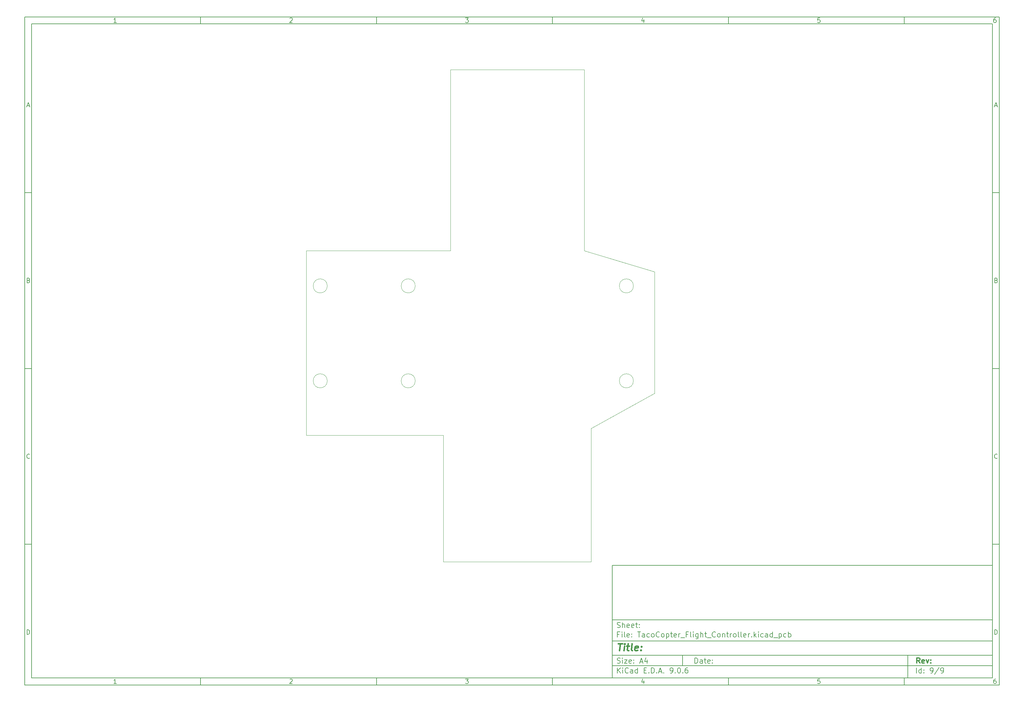
<source format=gm1>
%TF.GenerationSoftware,KiCad,Pcbnew,9.0.6*%
%TF.CreationDate,2025-12-23T20:00:03-05:00*%
%TF.ProjectId,TacoCopter_Flight_Controller,5461636f-436f-4707-9465-725f466c6967,rev?*%
%TF.SameCoordinates,Original*%
%TF.FileFunction,Profile,NP*%
%FSLAX46Y46*%
G04 Gerber Fmt 4.6, Leading zero omitted, Abs format (unit mm)*
G04 Created by KiCad (PCBNEW 9.0.6) date 2025-12-23 20:00:03*
%MOMM*%
%LPD*%
G01*
G04 APERTURE LIST*
%ADD10C,0.100000*%
%ADD11C,0.150000*%
%ADD12C,0.300000*%
%ADD13C,0.400000*%
%TA.AperFunction,Profile*%
%ADD14C,0.050000*%
%TD*%
G04 APERTURE END LIST*
D10*
D11*
X177002200Y-166007200D02*
X285002200Y-166007200D01*
X285002200Y-198007200D01*
X177002200Y-198007200D01*
X177002200Y-166007200D01*
D10*
D11*
X10000000Y-10000000D02*
X287002200Y-10000000D01*
X287002200Y-200007200D01*
X10000000Y-200007200D01*
X10000000Y-10000000D01*
D10*
D11*
X12000000Y-12000000D02*
X285002200Y-12000000D01*
X285002200Y-198007200D01*
X12000000Y-198007200D01*
X12000000Y-12000000D01*
D10*
D11*
X60000000Y-12000000D02*
X60000000Y-10000000D01*
D10*
D11*
X110000000Y-12000000D02*
X110000000Y-10000000D01*
D10*
D11*
X160000000Y-12000000D02*
X160000000Y-10000000D01*
D10*
D11*
X210000000Y-12000000D02*
X210000000Y-10000000D01*
D10*
D11*
X260000000Y-12000000D02*
X260000000Y-10000000D01*
D10*
D11*
X36089160Y-11593604D02*
X35346303Y-11593604D01*
X35717731Y-11593604D02*
X35717731Y-10293604D01*
X35717731Y-10293604D02*
X35593922Y-10479319D01*
X35593922Y-10479319D02*
X35470112Y-10603128D01*
X35470112Y-10603128D02*
X35346303Y-10665033D01*
D10*
D11*
X85346303Y-10417414D02*
X85408207Y-10355509D01*
X85408207Y-10355509D02*
X85532017Y-10293604D01*
X85532017Y-10293604D02*
X85841541Y-10293604D01*
X85841541Y-10293604D02*
X85965350Y-10355509D01*
X85965350Y-10355509D02*
X86027255Y-10417414D01*
X86027255Y-10417414D02*
X86089160Y-10541223D01*
X86089160Y-10541223D02*
X86089160Y-10665033D01*
X86089160Y-10665033D02*
X86027255Y-10850747D01*
X86027255Y-10850747D02*
X85284398Y-11593604D01*
X85284398Y-11593604D02*
X86089160Y-11593604D01*
D10*
D11*
X135284398Y-10293604D02*
X136089160Y-10293604D01*
X136089160Y-10293604D02*
X135655826Y-10788842D01*
X135655826Y-10788842D02*
X135841541Y-10788842D01*
X135841541Y-10788842D02*
X135965350Y-10850747D01*
X135965350Y-10850747D02*
X136027255Y-10912652D01*
X136027255Y-10912652D02*
X136089160Y-11036461D01*
X136089160Y-11036461D02*
X136089160Y-11345985D01*
X136089160Y-11345985D02*
X136027255Y-11469795D01*
X136027255Y-11469795D02*
X135965350Y-11531700D01*
X135965350Y-11531700D02*
X135841541Y-11593604D01*
X135841541Y-11593604D02*
X135470112Y-11593604D01*
X135470112Y-11593604D02*
X135346303Y-11531700D01*
X135346303Y-11531700D02*
X135284398Y-11469795D01*
D10*
D11*
X185965350Y-10726938D02*
X185965350Y-11593604D01*
X185655826Y-10231700D02*
X185346303Y-11160271D01*
X185346303Y-11160271D02*
X186151064Y-11160271D01*
D10*
D11*
X236027255Y-10293604D02*
X235408207Y-10293604D01*
X235408207Y-10293604D02*
X235346303Y-10912652D01*
X235346303Y-10912652D02*
X235408207Y-10850747D01*
X235408207Y-10850747D02*
X235532017Y-10788842D01*
X235532017Y-10788842D02*
X235841541Y-10788842D01*
X235841541Y-10788842D02*
X235965350Y-10850747D01*
X235965350Y-10850747D02*
X236027255Y-10912652D01*
X236027255Y-10912652D02*
X236089160Y-11036461D01*
X236089160Y-11036461D02*
X236089160Y-11345985D01*
X236089160Y-11345985D02*
X236027255Y-11469795D01*
X236027255Y-11469795D02*
X235965350Y-11531700D01*
X235965350Y-11531700D02*
X235841541Y-11593604D01*
X235841541Y-11593604D02*
X235532017Y-11593604D01*
X235532017Y-11593604D02*
X235408207Y-11531700D01*
X235408207Y-11531700D02*
X235346303Y-11469795D01*
D10*
D11*
X285965350Y-10293604D02*
X285717731Y-10293604D01*
X285717731Y-10293604D02*
X285593922Y-10355509D01*
X285593922Y-10355509D02*
X285532017Y-10417414D01*
X285532017Y-10417414D02*
X285408207Y-10603128D01*
X285408207Y-10603128D02*
X285346303Y-10850747D01*
X285346303Y-10850747D02*
X285346303Y-11345985D01*
X285346303Y-11345985D02*
X285408207Y-11469795D01*
X285408207Y-11469795D02*
X285470112Y-11531700D01*
X285470112Y-11531700D02*
X285593922Y-11593604D01*
X285593922Y-11593604D02*
X285841541Y-11593604D01*
X285841541Y-11593604D02*
X285965350Y-11531700D01*
X285965350Y-11531700D02*
X286027255Y-11469795D01*
X286027255Y-11469795D02*
X286089160Y-11345985D01*
X286089160Y-11345985D02*
X286089160Y-11036461D01*
X286089160Y-11036461D02*
X286027255Y-10912652D01*
X286027255Y-10912652D02*
X285965350Y-10850747D01*
X285965350Y-10850747D02*
X285841541Y-10788842D01*
X285841541Y-10788842D02*
X285593922Y-10788842D01*
X285593922Y-10788842D02*
X285470112Y-10850747D01*
X285470112Y-10850747D02*
X285408207Y-10912652D01*
X285408207Y-10912652D02*
X285346303Y-11036461D01*
D10*
D11*
X60000000Y-198007200D02*
X60000000Y-200007200D01*
D10*
D11*
X110000000Y-198007200D02*
X110000000Y-200007200D01*
D10*
D11*
X160000000Y-198007200D02*
X160000000Y-200007200D01*
D10*
D11*
X210000000Y-198007200D02*
X210000000Y-200007200D01*
D10*
D11*
X260000000Y-198007200D02*
X260000000Y-200007200D01*
D10*
D11*
X36089160Y-199600804D02*
X35346303Y-199600804D01*
X35717731Y-199600804D02*
X35717731Y-198300804D01*
X35717731Y-198300804D02*
X35593922Y-198486519D01*
X35593922Y-198486519D02*
X35470112Y-198610328D01*
X35470112Y-198610328D02*
X35346303Y-198672233D01*
D10*
D11*
X85346303Y-198424614D02*
X85408207Y-198362709D01*
X85408207Y-198362709D02*
X85532017Y-198300804D01*
X85532017Y-198300804D02*
X85841541Y-198300804D01*
X85841541Y-198300804D02*
X85965350Y-198362709D01*
X85965350Y-198362709D02*
X86027255Y-198424614D01*
X86027255Y-198424614D02*
X86089160Y-198548423D01*
X86089160Y-198548423D02*
X86089160Y-198672233D01*
X86089160Y-198672233D02*
X86027255Y-198857947D01*
X86027255Y-198857947D02*
X85284398Y-199600804D01*
X85284398Y-199600804D02*
X86089160Y-199600804D01*
D10*
D11*
X135284398Y-198300804D02*
X136089160Y-198300804D01*
X136089160Y-198300804D02*
X135655826Y-198796042D01*
X135655826Y-198796042D02*
X135841541Y-198796042D01*
X135841541Y-198796042D02*
X135965350Y-198857947D01*
X135965350Y-198857947D02*
X136027255Y-198919852D01*
X136027255Y-198919852D02*
X136089160Y-199043661D01*
X136089160Y-199043661D02*
X136089160Y-199353185D01*
X136089160Y-199353185D02*
X136027255Y-199476995D01*
X136027255Y-199476995D02*
X135965350Y-199538900D01*
X135965350Y-199538900D02*
X135841541Y-199600804D01*
X135841541Y-199600804D02*
X135470112Y-199600804D01*
X135470112Y-199600804D02*
X135346303Y-199538900D01*
X135346303Y-199538900D02*
X135284398Y-199476995D01*
D10*
D11*
X185965350Y-198734138D02*
X185965350Y-199600804D01*
X185655826Y-198238900D02*
X185346303Y-199167471D01*
X185346303Y-199167471D02*
X186151064Y-199167471D01*
D10*
D11*
X236027255Y-198300804D02*
X235408207Y-198300804D01*
X235408207Y-198300804D02*
X235346303Y-198919852D01*
X235346303Y-198919852D02*
X235408207Y-198857947D01*
X235408207Y-198857947D02*
X235532017Y-198796042D01*
X235532017Y-198796042D02*
X235841541Y-198796042D01*
X235841541Y-198796042D02*
X235965350Y-198857947D01*
X235965350Y-198857947D02*
X236027255Y-198919852D01*
X236027255Y-198919852D02*
X236089160Y-199043661D01*
X236089160Y-199043661D02*
X236089160Y-199353185D01*
X236089160Y-199353185D02*
X236027255Y-199476995D01*
X236027255Y-199476995D02*
X235965350Y-199538900D01*
X235965350Y-199538900D02*
X235841541Y-199600804D01*
X235841541Y-199600804D02*
X235532017Y-199600804D01*
X235532017Y-199600804D02*
X235408207Y-199538900D01*
X235408207Y-199538900D02*
X235346303Y-199476995D01*
D10*
D11*
X285965350Y-198300804D02*
X285717731Y-198300804D01*
X285717731Y-198300804D02*
X285593922Y-198362709D01*
X285593922Y-198362709D02*
X285532017Y-198424614D01*
X285532017Y-198424614D02*
X285408207Y-198610328D01*
X285408207Y-198610328D02*
X285346303Y-198857947D01*
X285346303Y-198857947D02*
X285346303Y-199353185D01*
X285346303Y-199353185D02*
X285408207Y-199476995D01*
X285408207Y-199476995D02*
X285470112Y-199538900D01*
X285470112Y-199538900D02*
X285593922Y-199600804D01*
X285593922Y-199600804D02*
X285841541Y-199600804D01*
X285841541Y-199600804D02*
X285965350Y-199538900D01*
X285965350Y-199538900D02*
X286027255Y-199476995D01*
X286027255Y-199476995D02*
X286089160Y-199353185D01*
X286089160Y-199353185D02*
X286089160Y-199043661D01*
X286089160Y-199043661D02*
X286027255Y-198919852D01*
X286027255Y-198919852D02*
X285965350Y-198857947D01*
X285965350Y-198857947D02*
X285841541Y-198796042D01*
X285841541Y-198796042D02*
X285593922Y-198796042D01*
X285593922Y-198796042D02*
X285470112Y-198857947D01*
X285470112Y-198857947D02*
X285408207Y-198919852D01*
X285408207Y-198919852D02*
X285346303Y-199043661D01*
D10*
D11*
X10000000Y-60000000D02*
X12000000Y-60000000D01*
D10*
D11*
X10000000Y-110000000D02*
X12000000Y-110000000D01*
D10*
D11*
X10000000Y-160000000D02*
X12000000Y-160000000D01*
D10*
D11*
X10690476Y-35222176D02*
X11309523Y-35222176D01*
X10566666Y-35593604D02*
X10999999Y-34293604D01*
X10999999Y-34293604D02*
X11433333Y-35593604D01*
D10*
D11*
X11092857Y-84912652D02*
X11278571Y-84974557D01*
X11278571Y-84974557D02*
X11340476Y-85036461D01*
X11340476Y-85036461D02*
X11402380Y-85160271D01*
X11402380Y-85160271D02*
X11402380Y-85345985D01*
X11402380Y-85345985D02*
X11340476Y-85469795D01*
X11340476Y-85469795D02*
X11278571Y-85531700D01*
X11278571Y-85531700D02*
X11154761Y-85593604D01*
X11154761Y-85593604D02*
X10659523Y-85593604D01*
X10659523Y-85593604D02*
X10659523Y-84293604D01*
X10659523Y-84293604D02*
X11092857Y-84293604D01*
X11092857Y-84293604D02*
X11216666Y-84355509D01*
X11216666Y-84355509D02*
X11278571Y-84417414D01*
X11278571Y-84417414D02*
X11340476Y-84541223D01*
X11340476Y-84541223D02*
X11340476Y-84665033D01*
X11340476Y-84665033D02*
X11278571Y-84788842D01*
X11278571Y-84788842D02*
X11216666Y-84850747D01*
X11216666Y-84850747D02*
X11092857Y-84912652D01*
X11092857Y-84912652D02*
X10659523Y-84912652D01*
D10*
D11*
X11402380Y-135469795D02*
X11340476Y-135531700D01*
X11340476Y-135531700D02*
X11154761Y-135593604D01*
X11154761Y-135593604D02*
X11030952Y-135593604D01*
X11030952Y-135593604D02*
X10845238Y-135531700D01*
X10845238Y-135531700D02*
X10721428Y-135407890D01*
X10721428Y-135407890D02*
X10659523Y-135284080D01*
X10659523Y-135284080D02*
X10597619Y-135036461D01*
X10597619Y-135036461D02*
X10597619Y-134850747D01*
X10597619Y-134850747D02*
X10659523Y-134603128D01*
X10659523Y-134603128D02*
X10721428Y-134479319D01*
X10721428Y-134479319D02*
X10845238Y-134355509D01*
X10845238Y-134355509D02*
X11030952Y-134293604D01*
X11030952Y-134293604D02*
X11154761Y-134293604D01*
X11154761Y-134293604D02*
X11340476Y-134355509D01*
X11340476Y-134355509D02*
X11402380Y-134417414D01*
D10*
D11*
X10659523Y-185593604D02*
X10659523Y-184293604D01*
X10659523Y-184293604D02*
X10969047Y-184293604D01*
X10969047Y-184293604D02*
X11154761Y-184355509D01*
X11154761Y-184355509D02*
X11278571Y-184479319D01*
X11278571Y-184479319D02*
X11340476Y-184603128D01*
X11340476Y-184603128D02*
X11402380Y-184850747D01*
X11402380Y-184850747D02*
X11402380Y-185036461D01*
X11402380Y-185036461D02*
X11340476Y-185284080D01*
X11340476Y-185284080D02*
X11278571Y-185407890D01*
X11278571Y-185407890D02*
X11154761Y-185531700D01*
X11154761Y-185531700D02*
X10969047Y-185593604D01*
X10969047Y-185593604D02*
X10659523Y-185593604D01*
D10*
D11*
X287002200Y-60000000D02*
X285002200Y-60000000D01*
D10*
D11*
X287002200Y-110000000D02*
X285002200Y-110000000D01*
D10*
D11*
X287002200Y-160000000D02*
X285002200Y-160000000D01*
D10*
D11*
X285692676Y-35222176D02*
X286311723Y-35222176D01*
X285568866Y-35593604D02*
X286002199Y-34293604D01*
X286002199Y-34293604D02*
X286435533Y-35593604D01*
D10*
D11*
X286095057Y-84912652D02*
X286280771Y-84974557D01*
X286280771Y-84974557D02*
X286342676Y-85036461D01*
X286342676Y-85036461D02*
X286404580Y-85160271D01*
X286404580Y-85160271D02*
X286404580Y-85345985D01*
X286404580Y-85345985D02*
X286342676Y-85469795D01*
X286342676Y-85469795D02*
X286280771Y-85531700D01*
X286280771Y-85531700D02*
X286156961Y-85593604D01*
X286156961Y-85593604D02*
X285661723Y-85593604D01*
X285661723Y-85593604D02*
X285661723Y-84293604D01*
X285661723Y-84293604D02*
X286095057Y-84293604D01*
X286095057Y-84293604D02*
X286218866Y-84355509D01*
X286218866Y-84355509D02*
X286280771Y-84417414D01*
X286280771Y-84417414D02*
X286342676Y-84541223D01*
X286342676Y-84541223D02*
X286342676Y-84665033D01*
X286342676Y-84665033D02*
X286280771Y-84788842D01*
X286280771Y-84788842D02*
X286218866Y-84850747D01*
X286218866Y-84850747D02*
X286095057Y-84912652D01*
X286095057Y-84912652D02*
X285661723Y-84912652D01*
D10*
D11*
X286404580Y-135469795D02*
X286342676Y-135531700D01*
X286342676Y-135531700D02*
X286156961Y-135593604D01*
X286156961Y-135593604D02*
X286033152Y-135593604D01*
X286033152Y-135593604D02*
X285847438Y-135531700D01*
X285847438Y-135531700D02*
X285723628Y-135407890D01*
X285723628Y-135407890D02*
X285661723Y-135284080D01*
X285661723Y-135284080D02*
X285599819Y-135036461D01*
X285599819Y-135036461D02*
X285599819Y-134850747D01*
X285599819Y-134850747D02*
X285661723Y-134603128D01*
X285661723Y-134603128D02*
X285723628Y-134479319D01*
X285723628Y-134479319D02*
X285847438Y-134355509D01*
X285847438Y-134355509D02*
X286033152Y-134293604D01*
X286033152Y-134293604D02*
X286156961Y-134293604D01*
X286156961Y-134293604D02*
X286342676Y-134355509D01*
X286342676Y-134355509D02*
X286404580Y-134417414D01*
D10*
D11*
X285661723Y-185593604D02*
X285661723Y-184293604D01*
X285661723Y-184293604D02*
X285971247Y-184293604D01*
X285971247Y-184293604D02*
X286156961Y-184355509D01*
X286156961Y-184355509D02*
X286280771Y-184479319D01*
X286280771Y-184479319D02*
X286342676Y-184603128D01*
X286342676Y-184603128D02*
X286404580Y-184850747D01*
X286404580Y-184850747D02*
X286404580Y-185036461D01*
X286404580Y-185036461D02*
X286342676Y-185284080D01*
X286342676Y-185284080D02*
X286280771Y-185407890D01*
X286280771Y-185407890D02*
X286156961Y-185531700D01*
X286156961Y-185531700D02*
X285971247Y-185593604D01*
X285971247Y-185593604D02*
X285661723Y-185593604D01*
D10*
D11*
X200458026Y-193793328D02*
X200458026Y-192293328D01*
X200458026Y-192293328D02*
X200815169Y-192293328D01*
X200815169Y-192293328D02*
X201029455Y-192364757D01*
X201029455Y-192364757D02*
X201172312Y-192507614D01*
X201172312Y-192507614D02*
X201243741Y-192650471D01*
X201243741Y-192650471D02*
X201315169Y-192936185D01*
X201315169Y-192936185D02*
X201315169Y-193150471D01*
X201315169Y-193150471D02*
X201243741Y-193436185D01*
X201243741Y-193436185D02*
X201172312Y-193579042D01*
X201172312Y-193579042D02*
X201029455Y-193721900D01*
X201029455Y-193721900D02*
X200815169Y-193793328D01*
X200815169Y-193793328D02*
X200458026Y-193793328D01*
X202600884Y-193793328D02*
X202600884Y-193007614D01*
X202600884Y-193007614D02*
X202529455Y-192864757D01*
X202529455Y-192864757D02*
X202386598Y-192793328D01*
X202386598Y-192793328D02*
X202100884Y-192793328D01*
X202100884Y-192793328D02*
X201958026Y-192864757D01*
X202600884Y-193721900D02*
X202458026Y-193793328D01*
X202458026Y-193793328D02*
X202100884Y-193793328D01*
X202100884Y-193793328D02*
X201958026Y-193721900D01*
X201958026Y-193721900D02*
X201886598Y-193579042D01*
X201886598Y-193579042D02*
X201886598Y-193436185D01*
X201886598Y-193436185D02*
X201958026Y-193293328D01*
X201958026Y-193293328D02*
X202100884Y-193221900D01*
X202100884Y-193221900D02*
X202458026Y-193221900D01*
X202458026Y-193221900D02*
X202600884Y-193150471D01*
X203100884Y-192793328D02*
X203672312Y-192793328D01*
X203315169Y-192293328D02*
X203315169Y-193579042D01*
X203315169Y-193579042D02*
X203386598Y-193721900D01*
X203386598Y-193721900D02*
X203529455Y-193793328D01*
X203529455Y-193793328D02*
X203672312Y-193793328D01*
X204743741Y-193721900D02*
X204600884Y-193793328D01*
X204600884Y-193793328D02*
X204315170Y-193793328D01*
X204315170Y-193793328D02*
X204172312Y-193721900D01*
X204172312Y-193721900D02*
X204100884Y-193579042D01*
X204100884Y-193579042D02*
X204100884Y-193007614D01*
X204100884Y-193007614D02*
X204172312Y-192864757D01*
X204172312Y-192864757D02*
X204315170Y-192793328D01*
X204315170Y-192793328D02*
X204600884Y-192793328D01*
X204600884Y-192793328D02*
X204743741Y-192864757D01*
X204743741Y-192864757D02*
X204815170Y-193007614D01*
X204815170Y-193007614D02*
X204815170Y-193150471D01*
X204815170Y-193150471D02*
X204100884Y-193293328D01*
X205458026Y-193650471D02*
X205529455Y-193721900D01*
X205529455Y-193721900D02*
X205458026Y-193793328D01*
X205458026Y-193793328D02*
X205386598Y-193721900D01*
X205386598Y-193721900D02*
X205458026Y-193650471D01*
X205458026Y-193650471D02*
X205458026Y-193793328D01*
X205458026Y-192864757D02*
X205529455Y-192936185D01*
X205529455Y-192936185D02*
X205458026Y-193007614D01*
X205458026Y-193007614D02*
X205386598Y-192936185D01*
X205386598Y-192936185D02*
X205458026Y-192864757D01*
X205458026Y-192864757D02*
X205458026Y-193007614D01*
D10*
D11*
X177002200Y-194507200D02*
X285002200Y-194507200D01*
D10*
D11*
X178458026Y-196593328D02*
X178458026Y-195093328D01*
X179315169Y-196593328D02*
X178672312Y-195736185D01*
X179315169Y-195093328D02*
X178458026Y-195950471D01*
X179958026Y-196593328D02*
X179958026Y-195593328D01*
X179958026Y-195093328D02*
X179886598Y-195164757D01*
X179886598Y-195164757D02*
X179958026Y-195236185D01*
X179958026Y-195236185D02*
X180029455Y-195164757D01*
X180029455Y-195164757D02*
X179958026Y-195093328D01*
X179958026Y-195093328D02*
X179958026Y-195236185D01*
X181529455Y-196450471D02*
X181458027Y-196521900D01*
X181458027Y-196521900D02*
X181243741Y-196593328D01*
X181243741Y-196593328D02*
X181100884Y-196593328D01*
X181100884Y-196593328D02*
X180886598Y-196521900D01*
X180886598Y-196521900D02*
X180743741Y-196379042D01*
X180743741Y-196379042D02*
X180672312Y-196236185D01*
X180672312Y-196236185D02*
X180600884Y-195950471D01*
X180600884Y-195950471D02*
X180600884Y-195736185D01*
X180600884Y-195736185D02*
X180672312Y-195450471D01*
X180672312Y-195450471D02*
X180743741Y-195307614D01*
X180743741Y-195307614D02*
X180886598Y-195164757D01*
X180886598Y-195164757D02*
X181100884Y-195093328D01*
X181100884Y-195093328D02*
X181243741Y-195093328D01*
X181243741Y-195093328D02*
X181458027Y-195164757D01*
X181458027Y-195164757D02*
X181529455Y-195236185D01*
X182815170Y-196593328D02*
X182815170Y-195807614D01*
X182815170Y-195807614D02*
X182743741Y-195664757D01*
X182743741Y-195664757D02*
X182600884Y-195593328D01*
X182600884Y-195593328D02*
X182315170Y-195593328D01*
X182315170Y-195593328D02*
X182172312Y-195664757D01*
X182815170Y-196521900D02*
X182672312Y-196593328D01*
X182672312Y-196593328D02*
X182315170Y-196593328D01*
X182315170Y-196593328D02*
X182172312Y-196521900D01*
X182172312Y-196521900D02*
X182100884Y-196379042D01*
X182100884Y-196379042D02*
X182100884Y-196236185D01*
X182100884Y-196236185D02*
X182172312Y-196093328D01*
X182172312Y-196093328D02*
X182315170Y-196021900D01*
X182315170Y-196021900D02*
X182672312Y-196021900D01*
X182672312Y-196021900D02*
X182815170Y-195950471D01*
X184172313Y-196593328D02*
X184172313Y-195093328D01*
X184172313Y-196521900D02*
X184029455Y-196593328D01*
X184029455Y-196593328D02*
X183743741Y-196593328D01*
X183743741Y-196593328D02*
X183600884Y-196521900D01*
X183600884Y-196521900D02*
X183529455Y-196450471D01*
X183529455Y-196450471D02*
X183458027Y-196307614D01*
X183458027Y-196307614D02*
X183458027Y-195879042D01*
X183458027Y-195879042D02*
X183529455Y-195736185D01*
X183529455Y-195736185D02*
X183600884Y-195664757D01*
X183600884Y-195664757D02*
X183743741Y-195593328D01*
X183743741Y-195593328D02*
X184029455Y-195593328D01*
X184029455Y-195593328D02*
X184172313Y-195664757D01*
X186029455Y-195807614D02*
X186529455Y-195807614D01*
X186743741Y-196593328D02*
X186029455Y-196593328D01*
X186029455Y-196593328D02*
X186029455Y-195093328D01*
X186029455Y-195093328D02*
X186743741Y-195093328D01*
X187386598Y-196450471D02*
X187458027Y-196521900D01*
X187458027Y-196521900D02*
X187386598Y-196593328D01*
X187386598Y-196593328D02*
X187315170Y-196521900D01*
X187315170Y-196521900D02*
X187386598Y-196450471D01*
X187386598Y-196450471D02*
X187386598Y-196593328D01*
X188100884Y-196593328D02*
X188100884Y-195093328D01*
X188100884Y-195093328D02*
X188458027Y-195093328D01*
X188458027Y-195093328D02*
X188672313Y-195164757D01*
X188672313Y-195164757D02*
X188815170Y-195307614D01*
X188815170Y-195307614D02*
X188886599Y-195450471D01*
X188886599Y-195450471D02*
X188958027Y-195736185D01*
X188958027Y-195736185D02*
X188958027Y-195950471D01*
X188958027Y-195950471D02*
X188886599Y-196236185D01*
X188886599Y-196236185D02*
X188815170Y-196379042D01*
X188815170Y-196379042D02*
X188672313Y-196521900D01*
X188672313Y-196521900D02*
X188458027Y-196593328D01*
X188458027Y-196593328D02*
X188100884Y-196593328D01*
X189600884Y-196450471D02*
X189672313Y-196521900D01*
X189672313Y-196521900D02*
X189600884Y-196593328D01*
X189600884Y-196593328D02*
X189529456Y-196521900D01*
X189529456Y-196521900D02*
X189600884Y-196450471D01*
X189600884Y-196450471D02*
X189600884Y-196593328D01*
X190243742Y-196164757D02*
X190958028Y-196164757D01*
X190100885Y-196593328D02*
X190600885Y-195093328D01*
X190600885Y-195093328D02*
X191100885Y-196593328D01*
X191600884Y-196450471D02*
X191672313Y-196521900D01*
X191672313Y-196521900D02*
X191600884Y-196593328D01*
X191600884Y-196593328D02*
X191529456Y-196521900D01*
X191529456Y-196521900D02*
X191600884Y-196450471D01*
X191600884Y-196450471D02*
X191600884Y-196593328D01*
X193529456Y-196593328D02*
X193815170Y-196593328D01*
X193815170Y-196593328D02*
X193958027Y-196521900D01*
X193958027Y-196521900D02*
X194029456Y-196450471D01*
X194029456Y-196450471D02*
X194172313Y-196236185D01*
X194172313Y-196236185D02*
X194243742Y-195950471D01*
X194243742Y-195950471D02*
X194243742Y-195379042D01*
X194243742Y-195379042D02*
X194172313Y-195236185D01*
X194172313Y-195236185D02*
X194100885Y-195164757D01*
X194100885Y-195164757D02*
X193958027Y-195093328D01*
X193958027Y-195093328D02*
X193672313Y-195093328D01*
X193672313Y-195093328D02*
X193529456Y-195164757D01*
X193529456Y-195164757D02*
X193458027Y-195236185D01*
X193458027Y-195236185D02*
X193386599Y-195379042D01*
X193386599Y-195379042D02*
X193386599Y-195736185D01*
X193386599Y-195736185D02*
X193458027Y-195879042D01*
X193458027Y-195879042D02*
X193529456Y-195950471D01*
X193529456Y-195950471D02*
X193672313Y-196021900D01*
X193672313Y-196021900D02*
X193958027Y-196021900D01*
X193958027Y-196021900D02*
X194100885Y-195950471D01*
X194100885Y-195950471D02*
X194172313Y-195879042D01*
X194172313Y-195879042D02*
X194243742Y-195736185D01*
X194886598Y-196450471D02*
X194958027Y-196521900D01*
X194958027Y-196521900D02*
X194886598Y-196593328D01*
X194886598Y-196593328D02*
X194815170Y-196521900D01*
X194815170Y-196521900D02*
X194886598Y-196450471D01*
X194886598Y-196450471D02*
X194886598Y-196593328D01*
X195886599Y-195093328D02*
X196029456Y-195093328D01*
X196029456Y-195093328D02*
X196172313Y-195164757D01*
X196172313Y-195164757D02*
X196243742Y-195236185D01*
X196243742Y-195236185D02*
X196315170Y-195379042D01*
X196315170Y-195379042D02*
X196386599Y-195664757D01*
X196386599Y-195664757D02*
X196386599Y-196021900D01*
X196386599Y-196021900D02*
X196315170Y-196307614D01*
X196315170Y-196307614D02*
X196243742Y-196450471D01*
X196243742Y-196450471D02*
X196172313Y-196521900D01*
X196172313Y-196521900D02*
X196029456Y-196593328D01*
X196029456Y-196593328D02*
X195886599Y-196593328D01*
X195886599Y-196593328D02*
X195743742Y-196521900D01*
X195743742Y-196521900D02*
X195672313Y-196450471D01*
X195672313Y-196450471D02*
X195600884Y-196307614D01*
X195600884Y-196307614D02*
X195529456Y-196021900D01*
X195529456Y-196021900D02*
X195529456Y-195664757D01*
X195529456Y-195664757D02*
X195600884Y-195379042D01*
X195600884Y-195379042D02*
X195672313Y-195236185D01*
X195672313Y-195236185D02*
X195743742Y-195164757D01*
X195743742Y-195164757D02*
X195886599Y-195093328D01*
X197029455Y-196450471D02*
X197100884Y-196521900D01*
X197100884Y-196521900D02*
X197029455Y-196593328D01*
X197029455Y-196593328D02*
X196958027Y-196521900D01*
X196958027Y-196521900D02*
X197029455Y-196450471D01*
X197029455Y-196450471D02*
X197029455Y-196593328D01*
X198386599Y-195093328D02*
X198100884Y-195093328D01*
X198100884Y-195093328D02*
X197958027Y-195164757D01*
X197958027Y-195164757D02*
X197886599Y-195236185D01*
X197886599Y-195236185D02*
X197743741Y-195450471D01*
X197743741Y-195450471D02*
X197672313Y-195736185D01*
X197672313Y-195736185D02*
X197672313Y-196307614D01*
X197672313Y-196307614D02*
X197743741Y-196450471D01*
X197743741Y-196450471D02*
X197815170Y-196521900D01*
X197815170Y-196521900D02*
X197958027Y-196593328D01*
X197958027Y-196593328D02*
X198243741Y-196593328D01*
X198243741Y-196593328D02*
X198386599Y-196521900D01*
X198386599Y-196521900D02*
X198458027Y-196450471D01*
X198458027Y-196450471D02*
X198529456Y-196307614D01*
X198529456Y-196307614D02*
X198529456Y-195950471D01*
X198529456Y-195950471D02*
X198458027Y-195807614D01*
X198458027Y-195807614D02*
X198386599Y-195736185D01*
X198386599Y-195736185D02*
X198243741Y-195664757D01*
X198243741Y-195664757D02*
X197958027Y-195664757D01*
X197958027Y-195664757D02*
X197815170Y-195736185D01*
X197815170Y-195736185D02*
X197743741Y-195807614D01*
X197743741Y-195807614D02*
X197672313Y-195950471D01*
D10*
D11*
X177002200Y-191507200D02*
X285002200Y-191507200D01*
D10*
D12*
X264413853Y-193785528D02*
X263913853Y-193071242D01*
X263556710Y-193785528D02*
X263556710Y-192285528D01*
X263556710Y-192285528D02*
X264128139Y-192285528D01*
X264128139Y-192285528D02*
X264270996Y-192356957D01*
X264270996Y-192356957D02*
X264342425Y-192428385D01*
X264342425Y-192428385D02*
X264413853Y-192571242D01*
X264413853Y-192571242D02*
X264413853Y-192785528D01*
X264413853Y-192785528D02*
X264342425Y-192928385D01*
X264342425Y-192928385D02*
X264270996Y-192999814D01*
X264270996Y-192999814D02*
X264128139Y-193071242D01*
X264128139Y-193071242D02*
X263556710Y-193071242D01*
X265628139Y-193714100D02*
X265485282Y-193785528D01*
X265485282Y-193785528D02*
X265199568Y-193785528D01*
X265199568Y-193785528D02*
X265056710Y-193714100D01*
X265056710Y-193714100D02*
X264985282Y-193571242D01*
X264985282Y-193571242D02*
X264985282Y-192999814D01*
X264985282Y-192999814D02*
X265056710Y-192856957D01*
X265056710Y-192856957D02*
X265199568Y-192785528D01*
X265199568Y-192785528D02*
X265485282Y-192785528D01*
X265485282Y-192785528D02*
X265628139Y-192856957D01*
X265628139Y-192856957D02*
X265699568Y-192999814D01*
X265699568Y-192999814D02*
X265699568Y-193142671D01*
X265699568Y-193142671D02*
X264985282Y-193285528D01*
X266199567Y-192785528D02*
X266556710Y-193785528D01*
X266556710Y-193785528D02*
X266913853Y-192785528D01*
X267485281Y-193642671D02*
X267556710Y-193714100D01*
X267556710Y-193714100D02*
X267485281Y-193785528D01*
X267485281Y-193785528D02*
X267413853Y-193714100D01*
X267413853Y-193714100D02*
X267485281Y-193642671D01*
X267485281Y-193642671D02*
X267485281Y-193785528D01*
X267485281Y-192856957D02*
X267556710Y-192928385D01*
X267556710Y-192928385D02*
X267485281Y-192999814D01*
X267485281Y-192999814D02*
X267413853Y-192928385D01*
X267413853Y-192928385D02*
X267485281Y-192856957D01*
X267485281Y-192856957D02*
X267485281Y-192999814D01*
D10*
D11*
X178386598Y-193721900D02*
X178600884Y-193793328D01*
X178600884Y-193793328D02*
X178958026Y-193793328D01*
X178958026Y-193793328D02*
X179100884Y-193721900D01*
X179100884Y-193721900D02*
X179172312Y-193650471D01*
X179172312Y-193650471D02*
X179243741Y-193507614D01*
X179243741Y-193507614D02*
X179243741Y-193364757D01*
X179243741Y-193364757D02*
X179172312Y-193221900D01*
X179172312Y-193221900D02*
X179100884Y-193150471D01*
X179100884Y-193150471D02*
X178958026Y-193079042D01*
X178958026Y-193079042D02*
X178672312Y-193007614D01*
X178672312Y-193007614D02*
X178529455Y-192936185D01*
X178529455Y-192936185D02*
X178458026Y-192864757D01*
X178458026Y-192864757D02*
X178386598Y-192721900D01*
X178386598Y-192721900D02*
X178386598Y-192579042D01*
X178386598Y-192579042D02*
X178458026Y-192436185D01*
X178458026Y-192436185D02*
X178529455Y-192364757D01*
X178529455Y-192364757D02*
X178672312Y-192293328D01*
X178672312Y-192293328D02*
X179029455Y-192293328D01*
X179029455Y-192293328D02*
X179243741Y-192364757D01*
X179886597Y-193793328D02*
X179886597Y-192793328D01*
X179886597Y-192293328D02*
X179815169Y-192364757D01*
X179815169Y-192364757D02*
X179886597Y-192436185D01*
X179886597Y-192436185D02*
X179958026Y-192364757D01*
X179958026Y-192364757D02*
X179886597Y-192293328D01*
X179886597Y-192293328D02*
X179886597Y-192436185D01*
X180458026Y-192793328D02*
X181243741Y-192793328D01*
X181243741Y-192793328D02*
X180458026Y-193793328D01*
X180458026Y-193793328D02*
X181243741Y-193793328D01*
X182386598Y-193721900D02*
X182243741Y-193793328D01*
X182243741Y-193793328D02*
X181958027Y-193793328D01*
X181958027Y-193793328D02*
X181815169Y-193721900D01*
X181815169Y-193721900D02*
X181743741Y-193579042D01*
X181743741Y-193579042D02*
X181743741Y-193007614D01*
X181743741Y-193007614D02*
X181815169Y-192864757D01*
X181815169Y-192864757D02*
X181958027Y-192793328D01*
X181958027Y-192793328D02*
X182243741Y-192793328D01*
X182243741Y-192793328D02*
X182386598Y-192864757D01*
X182386598Y-192864757D02*
X182458027Y-193007614D01*
X182458027Y-193007614D02*
X182458027Y-193150471D01*
X182458027Y-193150471D02*
X181743741Y-193293328D01*
X183100883Y-193650471D02*
X183172312Y-193721900D01*
X183172312Y-193721900D02*
X183100883Y-193793328D01*
X183100883Y-193793328D02*
X183029455Y-193721900D01*
X183029455Y-193721900D02*
X183100883Y-193650471D01*
X183100883Y-193650471D02*
X183100883Y-193793328D01*
X183100883Y-192864757D02*
X183172312Y-192936185D01*
X183172312Y-192936185D02*
X183100883Y-193007614D01*
X183100883Y-193007614D02*
X183029455Y-192936185D01*
X183029455Y-192936185D02*
X183100883Y-192864757D01*
X183100883Y-192864757D02*
X183100883Y-193007614D01*
X184886598Y-193364757D02*
X185600884Y-193364757D01*
X184743741Y-193793328D02*
X185243741Y-192293328D01*
X185243741Y-192293328D02*
X185743741Y-193793328D01*
X186886598Y-192793328D02*
X186886598Y-193793328D01*
X186529455Y-192221900D02*
X186172312Y-193293328D01*
X186172312Y-193293328D02*
X187100883Y-193293328D01*
D10*
D11*
X263458026Y-196593328D02*
X263458026Y-195093328D01*
X264815170Y-196593328D02*
X264815170Y-195093328D01*
X264815170Y-196521900D02*
X264672312Y-196593328D01*
X264672312Y-196593328D02*
X264386598Y-196593328D01*
X264386598Y-196593328D02*
X264243741Y-196521900D01*
X264243741Y-196521900D02*
X264172312Y-196450471D01*
X264172312Y-196450471D02*
X264100884Y-196307614D01*
X264100884Y-196307614D02*
X264100884Y-195879042D01*
X264100884Y-195879042D02*
X264172312Y-195736185D01*
X264172312Y-195736185D02*
X264243741Y-195664757D01*
X264243741Y-195664757D02*
X264386598Y-195593328D01*
X264386598Y-195593328D02*
X264672312Y-195593328D01*
X264672312Y-195593328D02*
X264815170Y-195664757D01*
X265529455Y-196450471D02*
X265600884Y-196521900D01*
X265600884Y-196521900D02*
X265529455Y-196593328D01*
X265529455Y-196593328D02*
X265458027Y-196521900D01*
X265458027Y-196521900D02*
X265529455Y-196450471D01*
X265529455Y-196450471D02*
X265529455Y-196593328D01*
X265529455Y-195664757D02*
X265600884Y-195736185D01*
X265600884Y-195736185D02*
X265529455Y-195807614D01*
X265529455Y-195807614D02*
X265458027Y-195736185D01*
X265458027Y-195736185D02*
X265529455Y-195664757D01*
X265529455Y-195664757D02*
X265529455Y-195807614D01*
X267458027Y-196593328D02*
X267743741Y-196593328D01*
X267743741Y-196593328D02*
X267886598Y-196521900D01*
X267886598Y-196521900D02*
X267958027Y-196450471D01*
X267958027Y-196450471D02*
X268100884Y-196236185D01*
X268100884Y-196236185D02*
X268172313Y-195950471D01*
X268172313Y-195950471D02*
X268172313Y-195379042D01*
X268172313Y-195379042D02*
X268100884Y-195236185D01*
X268100884Y-195236185D02*
X268029456Y-195164757D01*
X268029456Y-195164757D02*
X267886598Y-195093328D01*
X267886598Y-195093328D02*
X267600884Y-195093328D01*
X267600884Y-195093328D02*
X267458027Y-195164757D01*
X267458027Y-195164757D02*
X267386598Y-195236185D01*
X267386598Y-195236185D02*
X267315170Y-195379042D01*
X267315170Y-195379042D02*
X267315170Y-195736185D01*
X267315170Y-195736185D02*
X267386598Y-195879042D01*
X267386598Y-195879042D02*
X267458027Y-195950471D01*
X267458027Y-195950471D02*
X267600884Y-196021900D01*
X267600884Y-196021900D02*
X267886598Y-196021900D01*
X267886598Y-196021900D02*
X268029456Y-195950471D01*
X268029456Y-195950471D02*
X268100884Y-195879042D01*
X268100884Y-195879042D02*
X268172313Y-195736185D01*
X269886598Y-195021900D02*
X268600884Y-196950471D01*
X270458027Y-196593328D02*
X270743741Y-196593328D01*
X270743741Y-196593328D02*
X270886598Y-196521900D01*
X270886598Y-196521900D02*
X270958027Y-196450471D01*
X270958027Y-196450471D02*
X271100884Y-196236185D01*
X271100884Y-196236185D02*
X271172313Y-195950471D01*
X271172313Y-195950471D02*
X271172313Y-195379042D01*
X271172313Y-195379042D02*
X271100884Y-195236185D01*
X271100884Y-195236185D02*
X271029456Y-195164757D01*
X271029456Y-195164757D02*
X270886598Y-195093328D01*
X270886598Y-195093328D02*
X270600884Y-195093328D01*
X270600884Y-195093328D02*
X270458027Y-195164757D01*
X270458027Y-195164757D02*
X270386598Y-195236185D01*
X270386598Y-195236185D02*
X270315170Y-195379042D01*
X270315170Y-195379042D02*
X270315170Y-195736185D01*
X270315170Y-195736185D02*
X270386598Y-195879042D01*
X270386598Y-195879042D02*
X270458027Y-195950471D01*
X270458027Y-195950471D02*
X270600884Y-196021900D01*
X270600884Y-196021900D02*
X270886598Y-196021900D01*
X270886598Y-196021900D02*
X271029456Y-195950471D01*
X271029456Y-195950471D02*
X271100884Y-195879042D01*
X271100884Y-195879042D02*
X271172313Y-195736185D01*
D10*
D11*
X177002200Y-187507200D02*
X285002200Y-187507200D01*
D10*
D13*
X178693928Y-188211638D02*
X179836785Y-188211638D01*
X179015357Y-190211638D02*
X179265357Y-188211638D01*
X180253452Y-190211638D02*
X180420119Y-188878304D01*
X180503452Y-188211638D02*
X180396309Y-188306876D01*
X180396309Y-188306876D02*
X180479643Y-188402114D01*
X180479643Y-188402114D02*
X180586786Y-188306876D01*
X180586786Y-188306876D02*
X180503452Y-188211638D01*
X180503452Y-188211638D02*
X180479643Y-188402114D01*
X181086786Y-188878304D02*
X181848690Y-188878304D01*
X181455833Y-188211638D02*
X181241548Y-189925923D01*
X181241548Y-189925923D02*
X181312976Y-190116400D01*
X181312976Y-190116400D02*
X181491548Y-190211638D01*
X181491548Y-190211638D02*
X181682024Y-190211638D01*
X182634405Y-190211638D02*
X182455833Y-190116400D01*
X182455833Y-190116400D02*
X182384405Y-189925923D01*
X182384405Y-189925923D02*
X182598690Y-188211638D01*
X184170119Y-190116400D02*
X183967738Y-190211638D01*
X183967738Y-190211638D02*
X183586785Y-190211638D01*
X183586785Y-190211638D02*
X183408214Y-190116400D01*
X183408214Y-190116400D02*
X183336785Y-189925923D01*
X183336785Y-189925923D02*
X183432024Y-189164019D01*
X183432024Y-189164019D02*
X183551071Y-188973542D01*
X183551071Y-188973542D02*
X183753452Y-188878304D01*
X183753452Y-188878304D02*
X184134404Y-188878304D01*
X184134404Y-188878304D02*
X184312976Y-188973542D01*
X184312976Y-188973542D02*
X184384404Y-189164019D01*
X184384404Y-189164019D02*
X184360595Y-189354495D01*
X184360595Y-189354495D02*
X183384404Y-189544971D01*
X185134405Y-190021161D02*
X185217738Y-190116400D01*
X185217738Y-190116400D02*
X185110595Y-190211638D01*
X185110595Y-190211638D02*
X185027262Y-190116400D01*
X185027262Y-190116400D02*
X185134405Y-190021161D01*
X185134405Y-190021161D02*
X185110595Y-190211638D01*
X185265357Y-188973542D02*
X185348690Y-189068780D01*
X185348690Y-189068780D02*
X185241548Y-189164019D01*
X185241548Y-189164019D02*
X185158214Y-189068780D01*
X185158214Y-189068780D02*
X185265357Y-188973542D01*
X185265357Y-188973542D02*
X185241548Y-189164019D01*
D10*
D11*
X178958026Y-185607614D02*
X178458026Y-185607614D01*
X178458026Y-186393328D02*
X178458026Y-184893328D01*
X178458026Y-184893328D02*
X179172312Y-184893328D01*
X179743740Y-186393328D02*
X179743740Y-185393328D01*
X179743740Y-184893328D02*
X179672312Y-184964757D01*
X179672312Y-184964757D02*
X179743740Y-185036185D01*
X179743740Y-185036185D02*
X179815169Y-184964757D01*
X179815169Y-184964757D02*
X179743740Y-184893328D01*
X179743740Y-184893328D02*
X179743740Y-185036185D01*
X180672312Y-186393328D02*
X180529455Y-186321900D01*
X180529455Y-186321900D02*
X180458026Y-186179042D01*
X180458026Y-186179042D02*
X180458026Y-184893328D01*
X181815169Y-186321900D02*
X181672312Y-186393328D01*
X181672312Y-186393328D02*
X181386598Y-186393328D01*
X181386598Y-186393328D02*
X181243740Y-186321900D01*
X181243740Y-186321900D02*
X181172312Y-186179042D01*
X181172312Y-186179042D02*
X181172312Y-185607614D01*
X181172312Y-185607614D02*
X181243740Y-185464757D01*
X181243740Y-185464757D02*
X181386598Y-185393328D01*
X181386598Y-185393328D02*
X181672312Y-185393328D01*
X181672312Y-185393328D02*
X181815169Y-185464757D01*
X181815169Y-185464757D02*
X181886598Y-185607614D01*
X181886598Y-185607614D02*
X181886598Y-185750471D01*
X181886598Y-185750471D02*
X181172312Y-185893328D01*
X182529454Y-186250471D02*
X182600883Y-186321900D01*
X182600883Y-186321900D02*
X182529454Y-186393328D01*
X182529454Y-186393328D02*
X182458026Y-186321900D01*
X182458026Y-186321900D02*
X182529454Y-186250471D01*
X182529454Y-186250471D02*
X182529454Y-186393328D01*
X182529454Y-185464757D02*
X182600883Y-185536185D01*
X182600883Y-185536185D02*
X182529454Y-185607614D01*
X182529454Y-185607614D02*
X182458026Y-185536185D01*
X182458026Y-185536185D02*
X182529454Y-185464757D01*
X182529454Y-185464757D02*
X182529454Y-185607614D01*
X184172312Y-184893328D02*
X185029455Y-184893328D01*
X184600883Y-186393328D02*
X184600883Y-184893328D01*
X186172312Y-186393328D02*
X186172312Y-185607614D01*
X186172312Y-185607614D02*
X186100883Y-185464757D01*
X186100883Y-185464757D02*
X185958026Y-185393328D01*
X185958026Y-185393328D02*
X185672312Y-185393328D01*
X185672312Y-185393328D02*
X185529454Y-185464757D01*
X186172312Y-186321900D02*
X186029454Y-186393328D01*
X186029454Y-186393328D02*
X185672312Y-186393328D01*
X185672312Y-186393328D02*
X185529454Y-186321900D01*
X185529454Y-186321900D02*
X185458026Y-186179042D01*
X185458026Y-186179042D02*
X185458026Y-186036185D01*
X185458026Y-186036185D02*
X185529454Y-185893328D01*
X185529454Y-185893328D02*
X185672312Y-185821900D01*
X185672312Y-185821900D02*
X186029454Y-185821900D01*
X186029454Y-185821900D02*
X186172312Y-185750471D01*
X187529455Y-186321900D02*
X187386597Y-186393328D01*
X187386597Y-186393328D02*
X187100883Y-186393328D01*
X187100883Y-186393328D02*
X186958026Y-186321900D01*
X186958026Y-186321900D02*
X186886597Y-186250471D01*
X186886597Y-186250471D02*
X186815169Y-186107614D01*
X186815169Y-186107614D02*
X186815169Y-185679042D01*
X186815169Y-185679042D02*
X186886597Y-185536185D01*
X186886597Y-185536185D02*
X186958026Y-185464757D01*
X186958026Y-185464757D02*
X187100883Y-185393328D01*
X187100883Y-185393328D02*
X187386597Y-185393328D01*
X187386597Y-185393328D02*
X187529455Y-185464757D01*
X188386597Y-186393328D02*
X188243740Y-186321900D01*
X188243740Y-186321900D02*
X188172311Y-186250471D01*
X188172311Y-186250471D02*
X188100883Y-186107614D01*
X188100883Y-186107614D02*
X188100883Y-185679042D01*
X188100883Y-185679042D02*
X188172311Y-185536185D01*
X188172311Y-185536185D02*
X188243740Y-185464757D01*
X188243740Y-185464757D02*
X188386597Y-185393328D01*
X188386597Y-185393328D02*
X188600883Y-185393328D01*
X188600883Y-185393328D02*
X188743740Y-185464757D01*
X188743740Y-185464757D02*
X188815169Y-185536185D01*
X188815169Y-185536185D02*
X188886597Y-185679042D01*
X188886597Y-185679042D02*
X188886597Y-186107614D01*
X188886597Y-186107614D02*
X188815169Y-186250471D01*
X188815169Y-186250471D02*
X188743740Y-186321900D01*
X188743740Y-186321900D02*
X188600883Y-186393328D01*
X188600883Y-186393328D02*
X188386597Y-186393328D01*
X190386597Y-186250471D02*
X190315169Y-186321900D01*
X190315169Y-186321900D02*
X190100883Y-186393328D01*
X190100883Y-186393328D02*
X189958026Y-186393328D01*
X189958026Y-186393328D02*
X189743740Y-186321900D01*
X189743740Y-186321900D02*
X189600883Y-186179042D01*
X189600883Y-186179042D02*
X189529454Y-186036185D01*
X189529454Y-186036185D02*
X189458026Y-185750471D01*
X189458026Y-185750471D02*
X189458026Y-185536185D01*
X189458026Y-185536185D02*
X189529454Y-185250471D01*
X189529454Y-185250471D02*
X189600883Y-185107614D01*
X189600883Y-185107614D02*
X189743740Y-184964757D01*
X189743740Y-184964757D02*
X189958026Y-184893328D01*
X189958026Y-184893328D02*
X190100883Y-184893328D01*
X190100883Y-184893328D02*
X190315169Y-184964757D01*
X190315169Y-184964757D02*
X190386597Y-185036185D01*
X191243740Y-186393328D02*
X191100883Y-186321900D01*
X191100883Y-186321900D02*
X191029454Y-186250471D01*
X191029454Y-186250471D02*
X190958026Y-186107614D01*
X190958026Y-186107614D02*
X190958026Y-185679042D01*
X190958026Y-185679042D02*
X191029454Y-185536185D01*
X191029454Y-185536185D02*
X191100883Y-185464757D01*
X191100883Y-185464757D02*
X191243740Y-185393328D01*
X191243740Y-185393328D02*
X191458026Y-185393328D01*
X191458026Y-185393328D02*
X191600883Y-185464757D01*
X191600883Y-185464757D02*
X191672312Y-185536185D01*
X191672312Y-185536185D02*
X191743740Y-185679042D01*
X191743740Y-185679042D02*
X191743740Y-186107614D01*
X191743740Y-186107614D02*
X191672312Y-186250471D01*
X191672312Y-186250471D02*
X191600883Y-186321900D01*
X191600883Y-186321900D02*
X191458026Y-186393328D01*
X191458026Y-186393328D02*
X191243740Y-186393328D01*
X192386597Y-185393328D02*
X192386597Y-186893328D01*
X192386597Y-185464757D02*
X192529455Y-185393328D01*
X192529455Y-185393328D02*
X192815169Y-185393328D01*
X192815169Y-185393328D02*
X192958026Y-185464757D01*
X192958026Y-185464757D02*
X193029455Y-185536185D01*
X193029455Y-185536185D02*
X193100883Y-185679042D01*
X193100883Y-185679042D02*
X193100883Y-186107614D01*
X193100883Y-186107614D02*
X193029455Y-186250471D01*
X193029455Y-186250471D02*
X192958026Y-186321900D01*
X192958026Y-186321900D02*
X192815169Y-186393328D01*
X192815169Y-186393328D02*
X192529455Y-186393328D01*
X192529455Y-186393328D02*
X192386597Y-186321900D01*
X193529455Y-185393328D02*
X194100883Y-185393328D01*
X193743740Y-184893328D02*
X193743740Y-186179042D01*
X193743740Y-186179042D02*
X193815169Y-186321900D01*
X193815169Y-186321900D02*
X193958026Y-186393328D01*
X193958026Y-186393328D02*
X194100883Y-186393328D01*
X195172312Y-186321900D02*
X195029455Y-186393328D01*
X195029455Y-186393328D02*
X194743741Y-186393328D01*
X194743741Y-186393328D02*
X194600883Y-186321900D01*
X194600883Y-186321900D02*
X194529455Y-186179042D01*
X194529455Y-186179042D02*
X194529455Y-185607614D01*
X194529455Y-185607614D02*
X194600883Y-185464757D01*
X194600883Y-185464757D02*
X194743741Y-185393328D01*
X194743741Y-185393328D02*
X195029455Y-185393328D01*
X195029455Y-185393328D02*
X195172312Y-185464757D01*
X195172312Y-185464757D02*
X195243741Y-185607614D01*
X195243741Y-185607614D02*
X195243741Y-185750471D01*
X195243741Y-185750471D02*
X194529455Y-185893328D01*
X195886597Y-186393328D02*
X195886597Y-185393328D01*
X195886597Y-185679042D02*
X195958026Y-185536185D01*
X195958026Y-185536185D02*
X196029455Y-185464757D01*
X196029455Y-185464757D02*
X196172312Y-185393328D01*
X196172312Y-185393328D02*
X196315169Y-185393328D01*
X196458026Y-186536185D02*
X197600883Y-186536185D01*
X198458025Y-185607614D02*
X197958025Y-185607614D01*
X197958025Y-186393328D02*
X197958025Y-184893328D01*
X197958025Y-184893328D02*
X198672311Y-184893328D01*
X199458025Y-186393328D02*
X199315168Y-186321900D01*
X199315168Y-186321900D02*
X199243739Y-186179042D01*
X199243739Y-186179042D02*
X199243739Y-184893328D01*
X200029453Y-186393328D02*
X200029453Y-185393328D01*
X200029453Y-184893328D02*
X199958025Y-184964757D01*
X199958025Y-184964757D02*
X200029453Y-185036185D01*
X200029453Y-185036185D02*
X200100882Y-184964757D01*
X200100882Y-184964757D02*
X200029453Y-184893328D01*
X200029453Y-184893328D02*
X200029453Y-185036185D01*
X201386597Y-185393328D02*
X201386597Y-186607614D01*
X201386597Y-186607614D02*
X201315168Y-186750471D01*
X201315168Y-186750471D02*
X201243739Y-186821900D01*
X201243739Y-186821900D02*
X201100882Y-186893328D01*
X201100882Y-186893328D02*
X200886597Y-186893328D01*
X200886597Y-186893328D02*
X200743739Y-186821900D01*
X201386597Y-186321900D02*
X201243739Y-186393328D01*
X201243739Y-186393328D02*
X200958025Y-186393328D01*
X200958025Y-186393328D02*
X200815168Y-186321900D01*
X200815168Y-186321900D02*
X200743739Y-186250471D01*
X200743739Y-186250471D02*
X200672311Y-186107614D01*
X200672311Y-186107614D02*
X200672311Y-185679042D01*
X200672311Y-185679042D02*
X200743739Y-185536185D01*
X200743739Y-185536185D02*
X200815168Y-185464757D01*
X200815168Y-185464757D02*
X200958025Y-185393328D01*
X200958025Y-185393328D02*
X201243739Y-185393328D01*
X201243739Y-185393328D02*
X201386597Y-185464757D01*
X202100882Y-186393328D02*
X202100882Y-184893328D01*
X202743740Y-186393328D02*
X202743740Y-185607614D01*
X202743740Y-185607614D02*
X202672311Y-185464757D01*
X202672311Y-185464757D02*
X202529454Y-185393328D01*
X202529454Y-185393328D02*
X202315168Y-185393328D01*
X202315168Y-185393328D02*
X202172311Y-185464757D01*
X202172311Y-185464757D02*
X202100882Y-185536185D01*
X203243740Y-185393328D02*
X203815168Y-185393328D01*
X203458025Y-184893328D02*
X203458025Y-186179042D01*
X203458025Y-186179042D02*
X203529454Y-186321900D01*
X203529454Y-186321900D02*
X203672311Y-186393328D01*
X203672311Y-186393328D02*
X203815168Y-186393328D01*
X203958026Y-186536185D02*
X205100883Y-186536185D01*
X206315168Y-186250471D02*
X206243740Y-186321900D01*
X206243740Y-186321900D02*
X206029454Y-186393328D01*
X206029454Y-186393328D02*
X205886597Y-186393328D01*
X205886597Y-186393328D02*
X205672311Y-186321900D01*
X205672311Y-186321900D02*
X205529454Y-186179042D01*
X205529454Y-186179042D02*
X205458025Y-186036185D01*
X205458025Y-186036185D02*
X205386597Y-185750471D01*
X205386597Y-185750471D02*
X205386597Y-185536185D01*
X205386597Y-185536185D02*
X205458025Y-185250471D01*
X205458025Y-185250471D02*
X205529454Y-185107614D01*
X205529454Y-185107614D02*
X205672311Y-184964757D01*
X205672311Y-184964757D02*
X205886597Y-184893328D01*
X205886597Y-184893328D02*
X206029454Y-184893328D01*
X206029454Y-184893328D02*
X206243740Y-184964757D01*
X206243740Y-184964757D02*
X206315168Y-185036185D01*
X207172311Y-186393328D02*
X207029454Y-186321900D01*
X207029454Y-186321900D02*
X206958025Y-186250471D01*
X206958025Y-186250471D02*
X206886597Y-186107614D01*
X206886597Y-186107614D02*
X206886597Y-185679042D01*
X206886597Y-185679042D02*
X206958025Y-185536185D01*
X206958025Y-185536185D02*
X207029454Y-185464757D01*
X207029454Y-185464757D02*
X207172311Y-185393328D01*
X207172311Y-185393328D02*
X207386597Y-185393328D01*
X207386597Y-185393328D02*
X207529454Y-185464757D01*
X207529454Y-185464757D02*
X207600883Y-185536185D01*
X207600883Y-185536185D02*
X207672311Y-185679042D01*
X207672311Y-185679042D02*
X207672311Y-186107614D01*
X207672311Y-186107614D02*
X207600883Y-186250471D01*
X207600883Y-186250471D02*
X207529454Y-186321900D01*
X207529454Y-186321900D02*
X207386597Y-186393328D01*
X207386597Y-186393328D02*
X207172311Y-186393328D01*
X208315168Y-185393328D02*
X208315168Y-186393328D01*
X208315168Y-185536185D02*
X208386597Y-185464757D01*
X208386597Y-185464757D02*
X208529454Y-185393328D01*
X208529454Y-185393328D02*
X208743740Y-185393328D01*
X208743740Y-185393328D02*
X208886597Y-185464757D01*
X208886597Y-185464757D02*
X208958026Y-185607614D01*
X208958026Y-185607614D02*
X208958026Y-186393328D01*
X209458026Y-185393328D02*
X210029454Y-185393328D01*
X209672311Y-184893328D02*
X209672311Y-186179042D01*
X209672311Y-186179042D02*
X209743740Y-186321900D01*
X209743740Y-186321900D02*
X209886597Y-186393328D01*
X209886597Y-186393328D02*
X210029454Y-186393328D01*
X210529454Y-186393328D02*
X210529454Y-185393328D01*
X210529454Y-185679042D02*
X210600883Y-185536185D01*
X210600883Y-185536185D02*
X210672312Y-185464757D01*
X210672312Y-185464757D02*
X210815169Y-185393328D01*
X210815169Y-185393328D02*
X210958026Y-185393328D01*
X211672311Y-186393328D02*
X211529454Y-186321900D01*
X211529454Y-186321900D02*
X211458025Y-186250471D01*
X211458025Y-186250471D02*
X211386597Y-186107614D01*
X211386597Y-186107614D02*
X211386597Y-185679042D01*
X211386597Y-185679042D02*
X211458025Y-185536185D01*
X211458025Y-185536185D02*
X211529454Y-185464757D01*
X211529454Y-185464757D02*
X211672311Y-185393328D01*
X211672311Y-185393328D02*
X211886597Y-185393328D01*
X211886597Y-185393328D02*
X212029454Y-185464757D01*
X212029454Y-185464757D02*
X212100883Y-185536185D01*
X212100883Y-185536185D02*
X212172311Y-185679042D01*
X212172311Y-185679042D02*
X212172311Y-186107614D01*
X212172311Y-186107614D02*
X212100883Y-186250471D01*
X212100883Y-186250471D02*
X212029454Y-186321900D01*
X212029454Y-186321900D02*
X211886597Y-186393328D01*
X211886597Y-186393328D02*
X211672311Y-186393328D01*
X213029454Y-186393328D02*
X212886597Y-186321900D01*
X212886597Y-186321900D02*
X212815168Y-186179042D01*
X212815168Y-186179042D02*
X212815168Y-184893328D01*
X213815168Y-186393328D02*
X213672311Y-186321900D01*
X213672311Y-186321900D02*
X213600882Y-186179042D01*
X213600882Y-186179042D02*
X213600882Y-184893328D01*
X214958025Y-186321900D02*
X214815168Y-186393328D01*
X214815168Y-186393328D02*
X214529454Y-186393328D01*
X214529454Y-186393328D02*
X214386596Y-186321900D01*
X214386596Y-186321900D02*
X214315168Y-186179042D01*
X214315168Y-186179042D02*
X214315168Y-185607614D01*
X214315168Y-185607614D02*
X214386596Y-185464757D01*
X214386596Y-185464757D02*
X214529454Y-185393328D01*
X214529454Y-185393328D02*
X214815168Y-185393328D01*
X214815168Y-185393328D02*
X214958025Y-185464757D01*
X214958025Y-185464757D02*
X215029454Y-185607614D01*
X215029454Y-185607614D02*
X215029454Y-185750471D01*
X215029454Y-185750471D02*
X214315168Y-185893328D01*
X215672310Y-186393328D02*
X215672310Y-185393328D01*
X215672310Y-185679042D02*
X215743739Y-185536185D01*
X215743739Y-185536185D02*
X215815168Y-185464757D01*
X215815168Y-185464757D02*
X215958025Y-185393328D01*
X215958025Y-185393328D02*
X216100882Y-185393328D01*
X216600881Y-186250471D02*
X216672310Y-186321900D01*
X216672310Y-186321900D02*
X216600881Y-186393328D01*
X216600881Y-186393328D02*
X216529453Y-186321900D01*
X216529453Y-186321900D02*
X216600881Y-186250471D01*
X216600881Y-186250471D02*
X216600881Y-186393328D01*
X217315167Y-186393328D02*
X217315167Y-184893328D01*
X217458025Y-185821900D02*
X217886596Y-186393328D01*
X217886596Y-185393328D02*
X217315167Y-185964757D01*
X218529453Y-186393328D02*
X218529453Y-185393328D01*
X218529453Y-184893328D02*
X218458025Y-184964757D01*
X218458025Y-184964757D02*
X218529453Y-185036185D01*
X218529453Y-185036185D02*
X218600882Y-184964757D01*
X218600882Y-184964757D02*
X218529453Y-184893328D01*
X218529453Y-184893328D02*
X218529453Y-185036185D01*
X219886597Y-186321900D02*
X219743739Y-186393328D01*
X219743739Y-186393328D02*
X219458025Y-186393328D01*
X219458025Y-186393328D02*
X219315168Y-186321900D01*
X219315168Y-186321900D02*
X219243739Y-186250471D01*
X219243739Y-186250471D02*
X219172311Y-186107614D01*
X219172311Y-186107614D02*
X219172311Y-185679042D01*
X219172311Y-185679042D02*
X219243739Y-185536185D01*
X219243739Y-185536185D02*
X219315168Y-185464757D01*
X219315168Y-185464757D02*
X219458025Y-185393328D01*
X219458025Y-185393328D02*
X219743739Y-185393328D01*
X219743739Y-185393328D02*
X219886597Y-185464757D01*
X221172311Y-186393328D02*
X221172311Y-185607614D01*
X221172311Y-185607614D02*
X221100882Y-185464757D01*
X221100882Y-185464757D02*
X220958025Y-185393328D01*
X220958025Y-185393328D02*
X220672311Y-185393328D01*
X220672311Y-185393328D02*
X220529453Y-185464757D01*
X221172311Y-186321900D02*
X221029453Y-186393328D01*
X221029453Y-186393328D02*
X220672311Y-186393328D01*
X220672311Y-186393328D02*
X220529453Y-186321900D01*
X220529453Y-186321900D02*
X220458025Y-186179042D01*
X220458025Y-186179042D02*
X220458025Y-186036185D01*
X220458025Y-186036185D02*
X220529453Y-185893328D01*
X220529453Y-185893328D02*
X220672311Y-185821900D01*
X220672311Y-185821900D02*
X221029453Y-185821900D01*
X221029453Y-185821900D02*
X221172311Y-185750471D01*
X222529454Y-186393328D02*
X222529454Y-184893328D01*
X222529454Y-186321900D02*
X222386596Y-186393328D01*
X222386596Y-186393328D02*
X222100882Y-186393328D01*
X222100882Y-186393328D02*
X221958025Y-186321900D01*
X221958025Y-186321900D02*
X221886596Y-186250471D01*
X221886596Y-186250471D02*
X221815168Y-186107614D01*
X221815168Y-186107614D02*
X221815168Y-185679042D01*
X221815168Y-185679042D02*
X221886596Y-185536185D01*
X221886596Y-185536185D02*
X221958025Y-185464757D01*
X221958025Y-185464757D02*
X222100882Y-185393328D01*
X222100882Y-185393328D02*
X222386596Y-185393328D01*
X222386596Y-185393328D02*
X222529454Y-185464757D01*
X222886597Y-186536185D02*
X224029454Y-186536185D01*
X224386596Y-185393328D02*
X224386596Y-186893328D01*
X224386596Y-185464757D02*
X224529454Y-185393328D01*
X224529454Y-185393328D02*
X224815168Y-185393328D01*
X224815168Y-185393328D02*
X224958025Y-185464757D01*
X224958025Y-185464757D02*
X225029454Y-185536185D01*
X225029454Y-185536185D02*
X225100882Y-185679042D01*
X225100882Y-185679042D02*
X225100882Y-186107614D01*
X225100882Y-186107614D02*
X225029454Y-186250471D01*
X225029454Y-186250471D02*
X224958025Y-186321900D01*
X224958025Y-186321900D02*
X224815168Y-186393328D01*
X224815168Y-186393328D02*
X224529454Y-186393328D01*
X224529454Y-186393328D02*
X224386596Y-186321900D01*
X226386597Y-186321900D02*
X226243739Y-186393328D01*
X226243739Y-186393328D02*
X225958025Y-186393328D01*
X225958025Y-186393328D02*
X225815168Y-186321900D01*
X225815168Y-186321900D02*
X225743739Y-186250471D01*
X225743739Y-186250471D02*
X225672311Y-186107614D01*
X225672311Y-186107614D02*
X225672311Y-185679042D01*
X225672311Y-185679042D02*
X225743739Y-185536185D01*
X225743739Y-185536185D02*
X225815168Y-185464757D01*
X225815168Y-185464757D02*
X225958025Y-185393328D01*
X225958025Y-185393328D02*
X226243739Y-185393328D01*
X226243739Y-185393328D02*
X226386597Y-185464757D01*
X227029453Y-186393328D02*
X227029453Y-184893328D01*
X227029453Y-185464757D02*
X227172311Y-185393328D01*
X227172311Y-185393328D02*
X227458025Y-185393328D01*
X227458025Y-185393328D02*
X227600882Y-185464757D01*
X227600882Y-185464757D02*
X227672311Y-185536185D01*
X227672311Y-185536185D02*
X227743739Y-185679042D01*
X227743739Y-185679042D02*
X227743739Y-186107614D01*
X227743739Y-186107614D02*
X227672311Y-186250471D01*
X227672311Y-186250471D02*
X227600882Y-186321900D01*
X227600882Y-186321900D02*
X227458025Y-186393328D01*
X227458025Y-186393328D02*
X227172311Y-186393328D01*
X227172311Y-186393328D02*
X227029453Y-186321900D01*
D10*
D11*
X177002200Y-181507200D02*
X285002200Y-181507200D01*
D10*
D11*
X178386598Y-183621900D02*
X178600884Y-183693328D01*
X178600884Y-183693328D02*
X178958026Y-183693328D01*
X178958026Y-183693328D02*
X179100884Y-183621900D01*
X179100884Y-183621900D02*
X179172312Y-183550471D01*
X179172312Y-183550471D02*
X179243741Y-183407614D01*
X179243741Y-183407614D02*
X179243741Y-183264757D01*
X179243741Y-183264757D02*
X179172312Y-183121900D01*
X179172312Y-183121900D02*
X179100884Y-183050471D01*
X179100884Y-183050471D02*
X178958026Y-182979042D01*
X178958026Y-182979042D02*
X178672312Y-182907614D01*
X178672312Y-182907614D02*
X178529455Y-182836185D01*
X178529455Y-182836185D02*
X178458026Y-182764757D01*
X178458026Y-182764757D02*
X178386598Y-182621900D01*
X178386598Y-182621900D02*
X178386598Y-182479042D01*
X178386598Y-182479042D02*
X178458026Y-182336185D01*
X178458026Y-182336185D02*
X178529455Y-182264757D01*
X178529455Y-182264757D02*
X178672312Y-182193328D01*
X178672312Y-182193328D02*
X179029455Y-182193328D01*
X179029455Y-182193328D02*
X179243741Y-182264757D01*
X179886597Y-183693328D02*
X179886597Y-182193328D01*
X180529455Y-183693328D02*
X180529455Y-182907614D01*
X180529455Y-182907614D02*
X180458026Y-182764757D01*
X180458026Y-182764757D02*
X180315169Y-182693328D01*
X180315169Y-182693328D02*
X180100883Y-182693328D01*
X180100883Y-182693328D02*
X179958026Y-182764757D01*
X179958026Y-182764757D02*
X179886597Y-182836185D01*
X181815169Y-183621900D02*
X181672312Y-183693328D01*
X181672312Y-183693328D02*
X181386598Y-183693328D01*
X181386598Y-183693328D02*
X181243740Y-183621900D01*
X181243740Y-183621900D02*
X181172312Y-183479042D01*
X181172312Y-183479042D02*
X181172312Y-182907614D01*
X181172312Y-182907614D02*
X181243740Y-182764757D01*
X181243740Y-182764757D02*
X181386598Y-182693328D01*
X181386598Y-182693328D02*
X181672312Y-182693328D01*
X181672312Y-182693328D02*
X181815169Y-182764757D01*
X181815169Y-182764757D02*
X181886598Y-182907614D01*
X181886598Y-182907614D02*
X181886598Y-183050471D01*
X181886598Y-183050471D02*
X181172312Y-183193328D01*
X183100883Y-183621900D02*
X182958026Y-183693328D01*
X182958026Y-183693328D02*
X182672312Y-183693328D01*
X182672312Y-183693328D02*
X182529454Y-183621900D01*
X182529454Y-183621900D02*
X182458026Y-183479042D01*
X182458026Y-183479042D02*
X182458026Y-182907614D01*
X182458026Y-182907614D02*
X182529454Y-182764757D01*
X182529454Y-182764757D02*
X182672312Y-182693328D01*
X182672312Y-182693328D02*
X182958026Y-182693328D01*
X182958026Y-182693328D02*
X183100883Y-182764757D01*
X183100883Y-182764757D02*
X183172312Y-182907614D01*
X183172312Y-182907614D02*
X183172312Y-183050471D01*
X183172312Y-183050471D02*
X182458026Y-183193328D01*
X183600883Y-182693328D02*
X184172311Y-182693328D01*
X183815168Y-182193328D02*
X183815168Y-183479042D01*
X183815168Y-183479042D02*
X183886597Y-183621900D01*
X183886597Y-183621900D02*
X184029454Y-183693328D01*
X184029454Y-183693328D02*
X184172311Y-183693328D01*
X184672311Y-183550471D02*
X184743740Y-183621900D01*
X184743740Y-183621900D02*
X184672311Y-183693328D01*
X184672311Y-183693328D02*
X184600883Y-183621900D01*
X184600883Y-183621900D02*
X184672311Y-183550471D01*
X184672311Y-183550471D02*
X184672311Y-183693328D01*
X184672311Y-182764757D02*
X184743740Y-182836185D01*
X184743740Y-182836185D02*
X184672311Y-182907614D01*
X184672311Y-182907614D02*
X184600883Y-182836185D01*
X184600883Y-182836185D02*
X184672311Y-182764757D01*
X184672311Y-182764757D02*
X184672311Y-182907614D01*
D10*
D11*
X197002200Y-191507200D02*
X197002200Y-194507200D01*
D10*
D11*
X261002200Y-191507200D02*
X261002200Y-198007200D01*
D14*
X189000000Y-117000000D02*
X189000000Y-82500000D01*
X96000000Y-86500000D02*
G75*
G02*
X92000000Y-86500000I-2000000J0D01*
G01*
X92000000Y-86500000D02*
G75*
G02*
X96000000Y-86500000I2000000J0D01*
G01*
X96000000Y-113500000D02*
G75*
G02*
X92000000Y-113500000I-2000000J0D01*
G01*
X92000000Y-113500000D02*
G75*
G02*
X96000000Y-113500000I2000000J0D01*
G01*
X131000000Y-76500000D02*
X90000000Y-76500000D01*
X169000000Y-76500000D02*
X169000000Y-25000000D01*
X183000000Y-113500000D02*
G75*
G02*
X179000000Y-113500000I-2000000J0D01*
G01*
X179000000Y-113500000D02*
G75*
G02*
X183000000Y-113500000I2000000J0D01*
G01*
X90000000Y-76500000D02*
X90000000Y-129000000D01*
X183000000Y-86500000D02*
G75*
G02*
X179000000Y-86500000I-2000000J0D01*
G01*
X179000000Y-86500000D02*
G75*
G02*
X183000000Y-86500000I2000000J0D01*
G01*
X131000000Y-25000000D02*
X131000000Y-76500000D01*
X90000000Y-129000000D02*
X129000000Y-129000000D01*
X189000000Y-82500000D02*
X169000000Y-76500000D01*
X171000000Y-127000000D02*
X189000000Y-117000000D01*
X129000000Y-165000000D02*
X171000000Y-165000000D01*
X121000000Y-113500000D02*
G75*
G02*
X117000000Y-113500000I-2000000J0D01*
G01*
X117000000Y-113500000D02*
G75*
G02*
X121000000Y-113500000I2000000J0D01*
G01*
X171000000Y-165000000D02*
X171000000Y-127000000D01*
X129000000Y-129000000D02*
X129000000Y-165000000D01*
X121000000Y-86500000D02*
G75*
G02*
X117000000Y-86500000I-2000000J0D01*
G01*
X117000000Y-86500000D02*
G75*
G02*
X121000000Y-86500000I2000000J0D01*
G01*
X169000000Y-25000000D02*
X131000000Y-25000000D01*
M02*

</source>
